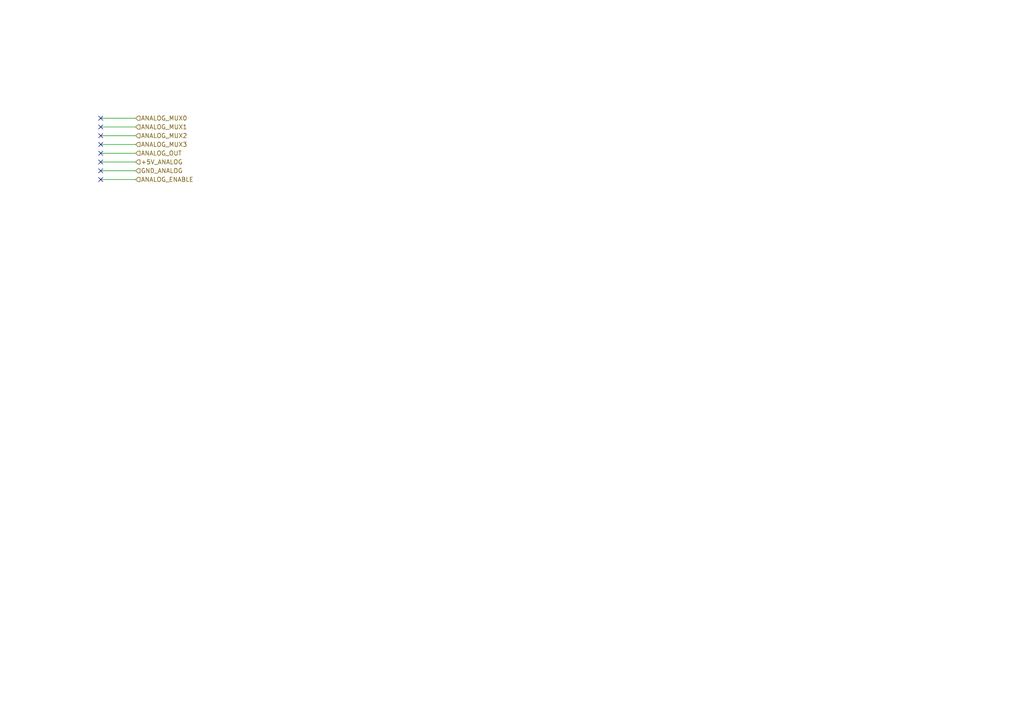
<source format=kicad_sch>
(kicad_sch (version 20211123) (generator eeschema)
  (paper "A4")
  (title_block (title "CIMDID") (date "2022-02-08") (rev "1.0") (comment 1 "@grumpydevelop@contentnation.net") (comment 2 "https://contentnation.net/en/grumpydevelop/cimdit_1"))
  (lib_symbols)
  (no_connect (at 29.21 39.37))
  (no_connect (at 29.21 36.83))
  (no_connect (at 29.21 34.29))
  (no_connect (at 29.21 41.91))
  (no_connect (at 29.21 44.45))
  (no_connect (at 29.21 46.99))
  (no_connect (at 29.21 49.53))
  (no_connect (at 29.21 52.07))
  (wire (pts (xy 29.21 52.07) (xy 39.37 52.07)))
  (wire (pts (xy 29.21 46.99) (xy 39.37 46.99)))
  (wire (pts (xy 29.21 41.91) (xy 39.37 41.91)))
  (wire (pts (xy 29.21 36.83) (xy 39.37 36.83)))
  (wire (pts (xy 29.21 34.29) (xy 39.37 34.29)))
  (wire (pts (xy 29.21 49.53) (xy 39.37 49.53)))
  (wire (pts (xy 29.21 39.37) (xy 39.37 39.37)))
  (wire (pts (xy 29.21 44.45) (xy 39.37 44.45)))
  (hierarchical_label "ANALOG_OUT" (shape input) (at 39.37 44.45 0))
  (hierarchical_label "ANALOG_MUX2" (shape input) (at 39.37 39.37 0))
  (hierarchical_label "ANALOG_MUX0" (shape input) (at 39.37 34.29 0))
  (hierarchical_label "+5V_ANALOG" (shape input) (at 39.37 46.99 0))
  (hierarchical_label "ANALOG_ENABLE" (shape input) (at 39.37 52.07 0))
  (hierarchical_label "GND_ANALOG" (shape input) (at 39.37 49.53 0))
  (hierarchical_label "ANALOG_MUX3" (shape input) (at 39.37 41.91 0))
  (hierarchical_label "ANALOG_MUX1" (shape input) (at 39.37 36.83 0))
)
</source>
